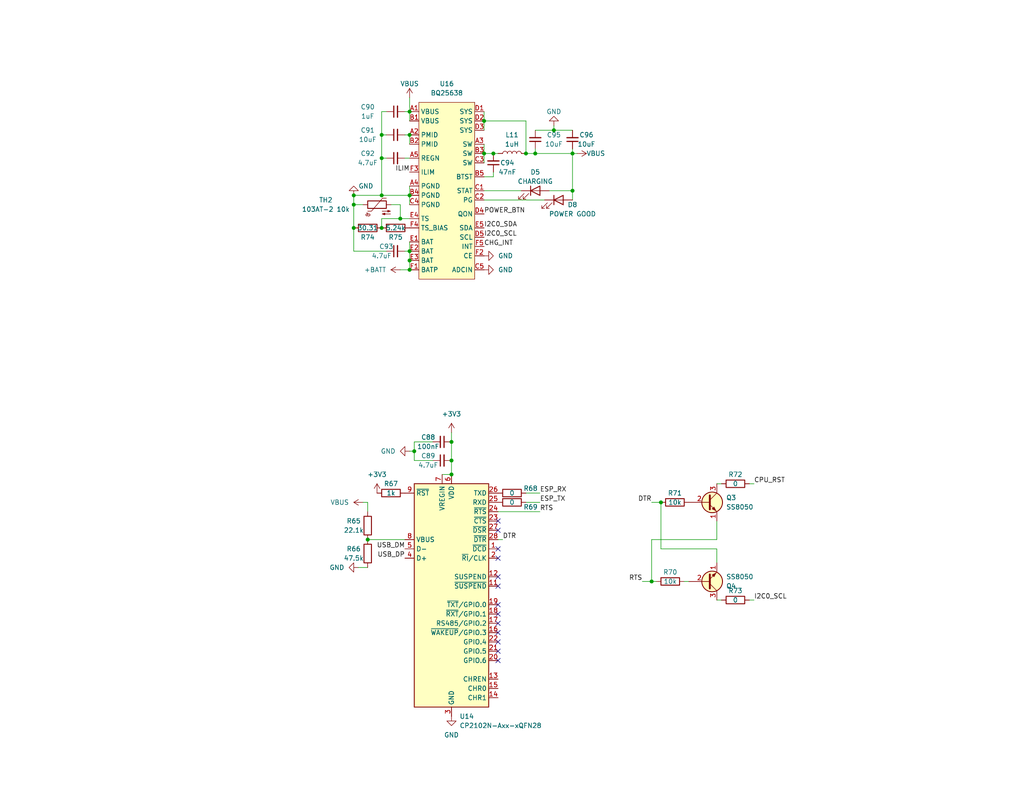
<source format=kicad_sch>
(kicad_sch (version 20230121) (generator eeschema)
  (paper "USLetter")
  (lib_symbols
    (symbol "Connector:USB_C_Receptacle" (pin_names (offset 1.016))
      (property "Reference" "J4" (at 0 33.02 0))
      (property "Value" "USB_C_Receptacle" (at 0 30.48 0))
      (symbol "USB_C_Receptacle_0_0"
        (rectangle (start -0.254 -35.56) (end 0.254 -34.544))
        (rectangle (start 10.16 -32.766) (end 9.144 -33.274))
        (rectangle (start 10.16 -30.226) (end 9.144 -30.734))
        (rectangle (start 10.16 -25.146) (end 9.144 -25.654))
        (rectangle (start 10.16 -22.606) (end 9.144 -23.114))
        (rectangle (start 10.16 -17.526) (end 9.144 -18.034))
        (rectangle (start 10.16 -14.986) (end 9.144 -15.494))
        (rectangle (start 10.16 -9.906) (end 9.144 -10.414))
        (rectangle (start 10.16 -7.366) (end 9.144 -7.874))
        (rectangle (start 10.16 -2.286) (end 9.144 -2.794))
        (rectangle (start 10.16 0.254) (end 9.144 -0.254))
        (rectangle (start 10.16 5.334) (end 9.144 4.826))
        (rectangle (start 10.16 7.874) (end 9.144 7.366))
        (rectangle (start 10.16 10.414) (end 9.144 9.906))
        (rectangle (start 10.16 12.954) (end 9.144 12.446))
        (rectangle (start 10.16 18.034) (end 9.144 17.526))
        (rectangle (start 10.16 20.574) (end 9.144 20.066))
        (rectangle (start 10.16 25.654) (end 9.144 25.146))
      )
      (symbol "USB_C_Receptacle_0_1"
        (rectangle (start -10.16 27.94) (end 10.16 -35.56) (stroke (width 0.254)) (fill (type background)))
        (arc (start -8.89 -3.81) (mid -6.985 -5.7067) (end -5.08 -3.81) (stroke (width 0.508)))
        (arc (start -7.62 -3.81) (mid -6.985 -4.4423) (end -6.35 -3.81) (stroke (width 0.254)))
        (arc (start -7.62 -3.81) (mid -6.985 -4.4423) (end -6.35 -3.81) (stroke (width 0.254)) (fill (type outline)))
        (rectangle (start -7.62 -3.81) (end -6.35 3.81) (stroke (width 0.254)) (fill (type outline)))
        (arc (start -6.35 3.81) (mid -6.985 4.4423) (end -7.62 3.81) (stroke (width 0.254)))
        (arc (start -6.35 3.81) (mid -6.985 4.4423) (end -7.62 3.81) (stroke (width 0.254)) (fill (type outline)))
        (arc (start -5.08 3.81) (mid -6.985 5.7067) (end -8.89 3.81) (stroke (width 0.508)))
        (polyline (pts (xy -8.89 -3.81) (xy -8.89 3.81)) (stroke (width 0.508)))
        (polyline (pts (xy -5.08 3.81) (xy -5.08 -3.81)) (stroke (width 0.508)))
      )
      (symbol "USB_C_Receptacle_1_1"
        (circle (center -2.54 1.143) (radius 0.635) (stroke (width 0.254)) (fill (type outline)))
        (circle (center 0 -5.842) (radius 1.27) (fill (type outline)))
        (polyline (pts (xy 0 -5.842) (xy 0 4.318)) (stroke (width 0.508)))
        (polyline (pts (xy 0 -3.302) (xy -2.54 -0.762) (xy -2.54 0.508)) (stroke (width 0.508)))
        (polyline (pts (xy 0 -2.032) (xy 2.54 0.508) (xy 2.54 1.778)) (stroke (width 0.508)))
        (polyline (pts (xy -1.27 4.318) (xy 0 6.858) (xy 1.27 4.318) (xy -1.27 4.318)) (stroke (width 0.254)) (fill (type outline)))
        (rectangle (start 1.905 1.778) (end 3.175 3.048) (stroke (width 0.254)) (fill (type outline)))
        (pin passive line (at 0 -40.64 90) (length 5.08) (name "GND") (number "A1"))
        (pin bidirectional line (at 15.24 -15.24 180) (length 5.08) (name "RX2-") (number "A10"))
        (pin bidirectional line (at 15.24 -17.78 180) (length 5.08) (name "RX2+") (number "A11"))
        (pin passive line (at 0 -40.64 90) (length 5.08) hide (name "GND") (number "A12"))
        (pin bidirectional line (at 15.24 -10.16 180) (length 5.08) (name "TX1+") (number "A2"))
        (pin bidirectional line (at 15.24 -7.62 180) (length 5.08) (name "TX1-") (number "A3"))
        (pin passive line (at 15.24 25.4 180) (length 5.08) (name "VBUS") (number "A4"))
        (pin bidirectional line (at 15.24 20.32 180) (length 5.08) (name "CC1") (number "A5"))
        (pin bidirectional line (at 15.24 7.62 180) (length 5.08) (name "D+") (number "A6"))
        (pin bidirectional line (at 15.24 12.7 180) (length 5.08) (name "D-") (number "A7"))
        (pin bidirectional line (at 15.24 -30.48 180) (length 5.08) (name "SBU1") (number "A8"))
        (pin passive line (at 15.24 25.4 180) (length 5.08) hide (name "VBUS") (number "A9"))
        (pin passive line (at 0 -40.64 90) (length 5.08) hide (name "GND") (number "B1"))
        (pin bidirectional line (at 15.24 0 180) (length 5.08) (name "RX1-") (number "B10"))
        (pin bidirectional line (at 15.24 -2.54 180) (length 5.08) (name "RX1+") (number "B11"))
        (pin passive line (at 0 -40.64 90) (length 5.08) hide (name "GND") (number "B12"))
        (pin bidirectional line (at 15.24 -25.4 180) (length 5.08) (name "TX2+") (number "B2"))
        (pin bidirectional line (at 15.24 -22.86 180) (length 5.08) (name "TX2-") (number "B3"))
        (pin passive line (at 15.24 25.4 180) (length 5.08) hide (name "VBUS") (number "B4"))
        (pin bidirectional line (at 15.24 17.78 180) (length 5.08) (name "CC2") (number "B5"))
        (pin bidirectional line (at 15.24 5.08 180) (length 5.08) (name "D+") (number "B6"))
        (pin bidirectional line (at 15.24 10.16 180) (length 5.08) (name "D-") (number "B7"))
        (pin bidirectional line (at 15.24 -33.02 180) (length 5.08) (name "SBU2") (number "B8"))
        (pin passive line (at 15.24 25.4 180) (length 5.08) hide (name "VBUS") (number "B9"))
        (pin passive line (at -7.62 -40.64 90) (length 5.08) (name "SHIELD") (number "S1"))
      )
    )
    (symbol "Device:Battery" (pin_numbers hide) (pin_names (offset 0) hide)
      (property "Reference" "BT" (at 2.54 2.54 0))
      (property "Value" "Battery" (at 2.54 0 0))
      (symbol "Battery_0_1"
        (rectangle (start -2.286 -1.27) (end 2.286 -1.524) (fill (type outline)))
        (rectangle (start -2.286 1.778) (end 2.286 1.524) (fill (type outline)))
        (rectangle (start -1.524 -2.032) (end 1.524 -2.54) (fill (type outline)))
        (rectangle (start -1.524 1.016) (end 1.524 0.508) (fill (type outline)))
        (polyline (pts (xy 0 -1.016) (xy 0 -0.762)))
        (polyline (pts (xy 0 -0.508) (xy 0 -0.254)))
        (polyline (pts (xy 0 0) (xy 0 0.254)))
        (polyline (pts (xy 0 1.778) (xy 0 2.54)))
        (polyline (pts (xy 0.762 3.048) (xy 1.778 3.048)) (stroke (width 0.254)))
        (polyline (pts (xy 1.27 3.556) (xy 1.27 2.54)) (stroke (width 0.254)))
      )
      (symbol "Battery_1_1"
        (pin passive line (at 0 5.08 270) (length 2.54) (name "+") (number "1"))
        (pin passive line (at 0 -5.08 90) (length 2.54) (name "-") (number "2"))
      )
    )
    (symbol "Device:C_Small" (pin_numbers hide) (pin_names (offset 0.254) hide)
      (property "Reference" "C" (at 0.254 1.778 0))
      (property "Value" "C_Small" (at 0.254 -2.032 0))
      (symbol "C_Small_0_1"
        (polyline (pts (xy -1.524 -0.508) (xy 1.524 -0.508)) (stroke (width 0.3302)))
        (polyline (pts (xy -1.524 0.508) (xy 1.524 0.508)) (stroke (width 0.3048)))
      )
      (symbol "C_Small_1_1"
        (pin passive line (at 0 2.54 270) (length 2.032) (name "~") (number "1"))
        (pin passive line (at 0 -2.54 90) (length 2.032) (name "~") (number "2"))
      )
    )
    (symbol "Device:L" (pin_numbers hide) (pin_names (offset 1.016) hide)
      (property "Reference" "L" (at -1.27 0 90))
      (property "Value" "L" (at 1.905 0 90))
      (symbol "L_0_1"
        (arc (start 0 -2.54) (mid 0.6323 -1.905) (end 0 -1.27))
        (arc (start 0 -1.27) (mid 0.6323 -0.635) (end 0 0))
        (arc (start 0 0) (mid 0.6323 0.635) (end 0 1.27))
        (arc (start 0 1.27) (mid 0.6323 1.905) (end 0 2.54))
      )
      (symbol "L_1_1"
        (pin passive line (at 0 3.81 270) (length 1.27) (name "1") (number "1"))
        (pin passive line (at 0 -3.81 90) (length 1.27) (name "2") (number "2"))
      )
    )
    (symbol "Device:LED" (pin_numbers hide) (pin_names (offset 1.016) hide)
      (property "Reference" "D" (at 0 2.54 0))
      (property "Value" "LED" (at 0 -2.54 0))
      (symbol "LED_0_1"
        (polyline (pts (xy -1.27 -1.27) (xy -1.27 1.27)) (stroke (width 0.254)))
        (polyline (pts (xy -1.27 0) (xy 1.27 0)))
        (polyline (pts (xy 1.27 -1.27) (xy 1.27 1.27) (xy -1.27 0) (xy 1.27 -1.27)) (stroke (width 0.254)))
        (polyline (pts (xy -3.048 -0.762) (xy -4.572 -2.286) (xy -3.81 -2.286) (xy -4.572 -2.286) (xy -4.572 -1.524)))
        (polyline (pts (xy -1.778 -0.762) (xy -3.302 -2.286) (xy -2.54 -2.286) (xy -3.302 -2.286) (xy -3.302 -1.524)))
      )
      (symbol "LED_1_1"
        (pin passive line (at -3.81 0 0) (length 2.54) (name "K") (number "1"))
        (pin passive line (at 3.81 0 180) (length 2.54) (name "A") (number "2"))
      )
    )
    (symbol "Device:R" (pin_numbers hide) (pin_names (offset 0))
      (property "Reference" "R" (at 2.032 0 90))
      (property "Value" "R" (at 0 0 90))
      (symbol "R_0_1"
        (rectangle (start -1.016 -2.54) (end 1.016 2.54) (stroke (width 0.254)))
      )
      (symbol "R_1_1"
        (pin passive line (at 0 3.81 270) (length 1.27) (name "~") (number "1"))
        (pin passive line (at 0 -3.81 90) (length 1.27) (name "~") (number "2"))
      )
    )
    (symbol "Device:Thermistor_NTC" (pin_numbers hide) (pin_names (offset 0))
      (property "Reference" "TH" (at -4.445 0 90))
      (property "Value" "Thermistor_NTC" (at 3.175 0 90))
      (symbol "Thermistor_NTC_0_1"
        (arc (start -3.048 2.159) (mid -3.0495 2.3143) (end -3.175 2.413))
        (arc (start -3.048 2.159) (mid -2.9736 1.9794) (end -2.794 1.905))
        (arc (start -3.048 2.794) (mid -2.9736 2.6144) (end -2.794 2.54))
        (arc (start -2.794 1.905) (mid -2.6144 1.9794) (end -2.54 2.159))
        (arc (start -2.794 2.54) (mid -2.4393 2.5587) (end -2.159 2.794))
        (arc (start -2.794 3.048) (mid -2.9736 2.9736) (end -3.048 2.794))
        (arc (start -2.54 2.794) (mid -2.6144 2.9736) (end -2.794 3.048))
        (rectangle (start -1.016 2.54) (end 1.016 -2.54) (stroke (width 0.254)))
        (polyline (pts (xy -2.54 2.159) (xy -2.54 2.794)))
        (polyline (pts (xy -1.778 2.54) (xy -1.778 1.524) (xy 1.778 -1.524) (xy 1.778 -2.54)))
        (polyline (pts (xy -2.54 -3.683) (xy -2.54 -1.397) (xy -2.794 -2.159) (xy -2.286 -2.159) (xy -2.54 -1.397) (xy -2.54 -1.651)) (fill (type outline)))
        (polyline (pts (xy -1.778 -1.397) (xy -1.778 -3.683) (xy -2.032 -2.921) (xy -1.524 -2.921) (xy -1.778 -3.683) (xy -1.778 -3.429)) (fill (type outline)))
      )
      (symbol "Thermistor_NTC_1_1"
        (pin passive line (at 0 3.81 270) (length 1.27) (name "~") (number "1"))
        (pin passive line (at 0 -3.81 90) (length 1.27) (name "~") (number "2"))
      )
    )
    (symbol "Diode:ESD9B5.0ST5G" (pin_numbers hide) (pin_names (offset 1.016) hide)
      (property "Reference" "D" (at 0 2.54 0))
      (property "Value" "ESD9B5.0ST5G" (at 0 -2.54 0))
      (symbol "ESD9B5.0ST5G_0_1"
        (polyline (pts (xy 1.27 0) (xy -1.27 0)))
        (polyline (pts (xy -2.54 -1.27) (xy 0 0) (xy -2.54 1.27) (xy -2.54 -1.27)) (stroke (width 0.2032)))
        (polyline (pts (xy 0.508 1.27) (xy 0 1.27) (xy 0 -1.27) (xy -0.508 -1.27)) (stroke (width 0.2032)))
        (polyline (pts (xy 2.54 1.27) (xy 2.54 -1.27) (xy 0 0) (xy 2.54 1.27)) (stroke (width 0.2032)))
      )
      (symbol "ESD9B5.0ST5G_1_1"
        (pin passive line (at -3.81 0 0) (length 2.54) (name "A1") (number "1"))
        (pin passive line (at 3.81 0 180) (length 2.54) (name "A2") (number "2"))
      )
    )
    (symbol "Interface_USB:CP2102N-Axx-xQFN28"
      (property "Reference" "U" (at -8.89 31.75 0))
      (property "Value" "CP2102N-Axx-xQFN28" (at 12.7 31.75 0))
      (symbol "CP2102N-Axx-xQFN28_0_1"
        (rectangle (start -10.16 30.48) (end 10.16 -30.48) (stroke (width 0.254)) (fill (type background)))
      )
      (symbol "CP2102N-Axx-xQFN28_1_1"
        (pin input line (at 12.7 12.7 180) (length 2.54) (name "~{DCD}") (number "1"))
        (pin no_connect line (at -10.16 -27.94 0) (length 2.54) hide (name "NC") (number "10"))
        (pin output line (at 12.7 2.54 180) (length 2.54) (name "~{SUSPEND}") (number "11"))
        (pin output line (at 12.7 5.08 180) (length 2.54) (name "SUSPEND") (number "12"))
        (pin output line (at 12.7 -22.86 180) (length 2.54) (name "CHREN") (number "13"))
        (pin output line (at 12.7 -27.94 180) (length 2.54) (name "CHR1") (number "14"))
        (pin output line (at 12.7 -25.4 180) (length 2.54) (name "CHR0") (number "15"))
        (pin bidirectional line (at 12.7 -10.16 180) (length 2.54) (name "~{WAKEUP}/GPIO.3") (number "16"))
        (pin bidirectional line (at 12.7 -7.62 180) (length 2.54) (name "RS485/GPIO.2") (number "17"))
        (pin bidirectional line (at 12.7 -5.08 180) (length 2.54) (name "~{RXT}/GPIO.1") (number "18"))
        (pin bidirectional line (at 12.7 -2.54 180) (length 2.54) (name "~{TXT}/GPIO.0") (number "19"))
        (pin bidirectional line (at 12.7 10.16 180) (length 2.54) (name "~{RI}/CLK") (number "2"))
        (pin bidirectional line (at 12.7 -17.78 180) (length 2.54) (name "GPIO.6") (number "20"))
        (pin bidirectional line (at 12.7 -15.24 180) (length 2.54) (name "GPIO.5") (number "21"))
        (pin bidirectional line (at 12.7 -12.7 180) (length 2.54) (name "GPIO.4") (number "22"))
        (pin input line (at 12.7 20.32 180) (length 2.54) (name "~{CTS}") (number "23"))
        (pin output line (at 12.7 22.86 180) (length 2.54) (name "~{RTS}") (number "24"))
        (pin input line (at 12.7 25.4 180) (length 2.54) (name "RXD") (number "25"))
        (pin output line (at 12.7 27.94 180) (length 2.54) (name "TXD") (number "26"))
        (pin input line (at 12.7 17.78 180) (length 2.54) (name "~{DSR}") (number "27"))
        (pin output line (at 12.7 15.24 180) (length 2.54) (name "~{DTR}") (number "28"))
        (pin passive line (at 0 -33.02 90) (length 2.54) hide (name "GND") (number "29"))
        (pin power_in line (at 0 -33.02 90) (length 2.54) (name "GND") (number "3"))
        (pin bidirectional line (at -12.7 10.16 0) (length 2.54) (name "D+") (number "4"))
        (pin bidirectional line (at -12.7 12.7 0) (length 2.54) (name "D-") (number "5"))
        (pin power_in line (at 0 33.02 270) (length 2.54) (name "VDD") (number "6"))
        (pin power_in line (at -2.54 33.02 270) (length 2.54) (name "VREGIN") (number "7"))
        (pin input line (at -12.7 15.24 0) (length 2.54) (name "VBUS") (number "8"))
        (pin input line (at -12.7 27.94 0) (length 2.54) (name "~{RST}") (number "9"))
      )
    )
    (symbol "PCM_Transistor_BJT_AKL:SS8050" (pin_names hide)
      (property "Reference" "Q" (at 5.08 1.27 0))
      (property "Value" "SS8050" (at 5.08 -1.27 0))
      (symbol "SS8050_0_1"
        (polyline (pts (xy 0.635 0.635) (xy 2.54 2.54)))
        (polyline (pts (xy 0.635 -0.635) (xy 2.54 -2.54) (xy 2.54 -2.54)))
        (polyline (pts (xy 0.635 1.905) (xy 0.635 -1.905) (xy 0.635 -1.905)) (stroke (width 0.508)))
        (polyline (pts (xy 1.27 -1.778) (xy 1.778 -1.27) (xy 2.286 -2.286) (xy 1.27 -1.778) (xy 1.27 -1.778)) (fill (type outline)))
        (circle (center 1.27 0) (radius 2.8194) (stroke (width 0.254)) (fill (type background)))
      )
      (symbol "SS8050_1_1"
        (pin passive line (at 2.54 -5.08 90) (length 2.54) (name "E") (number "1"))
        (pin passive line (at -5.08 0 0) (length 5.715) (name "B") (number "2"))
        (pin passive line (at 2.54 5.08 270) (length 2.54) (name "C") (number "3"))
      )
    )
    (symbol "Regulator_Switching:ADP2108AUJ-1.8"
      (property "Reference" "U" (at -5.08 5.08 0))
      (property "Value" "ADP2108AUJ-1.8" (at 0 5.08 0))
      (symbol "ADP2108AUJ-1.8_0_1"
        (rectangle (start -5.08 3.81) (end 5.08 -5.08) (stroke (width 0.254)) (fill (type background)))
      )
      (symbol "ADP2108AUJ-1.8_1_1"
        (pin power_in line (at -7.62 2.54 0) (length 2.54) (name "Vin") (number "1"))
        (pin power_in line (at 0 -7.62 90) (length 2.54) (name "GND") (number "2"))
        (pin input line (at -7.62 0 0) (length 2.54) (name "EN") (number "3"))
        (pin input line (at 7.62 -2.54 180) (length 2.54) (name "FB") (number "4"))
        (pin input line (at 7.62 2.54 180) (length 2.54) (name "SW") (number "5"))
      )
    )
    (symbol "custom-lib:BQ25638"
      (property "Reference" "U" (at 0 27.94 0))
      (property "Value" "BQ25638" (at 0 25.4 0))
      (symbol "BQ25638_1_1"
        (rectangle (start -7.62 24.13) (end 7.62 -24.13) (fill (type background)))
        (pin power_in line (at -10.16 21.59 0) (length 2.54) (name "VBUS") (number "A1"))
        (pin output line (at -10.16 15.24 0) (length 2.54) (name "PMID") (number "A2"))
        (pin power_out line (at 10.16 12.7 180) (length 2.54) (name "SW") (number "A3"))
        (pin power_in line (at -10.16 1.27 0) (length 2.54) (name "PGND") (number "A4"))
        (pin power_out line (at -10.16 8.89 0) (length 2.54) (name "REGN") (number "A5"))
        (pin power_in line (at -10.16 19.05 0) (length 2.54) (name "VBUS") (number "B1"))
        (pin output line (at -10.16 12.7 0) (length 2.54) (name "PMID") (number "B2"))
        (pin power_out line (at 10.16 10.16 180) (length 2.54) (name "SW") (number "B3"))
        (pin power_in line (at -10.16 -1.27 0) (length 2.54) (name "PGND") (number "B4"))
        (pin power_out line (at 10.16 3.81 180) (length 2.54) (name "BTST") (number "B5"))
        (pin output line (at 10.16 0 180) (length 2.54) (name "STAT") (number "C1"))
        (pin output line (at 10.16 -2.54 180) (length 2.54) (name "PG") (number "C2"))
        (pin power_out line (at 10.16 7.62 180) (length 2.54) (name "SW") (number "C3"))
        (pin power_in line (at -10.16 -3.81 0) (length 2.54) (name "PGND") (number "C4"))
        (pin input line (at 10.16 -21.59 180) (length 2.54) (name "ADCIN") (number "C5"))
        (pin power_out line (at 10.16 21.59 180) (length 2.54) (name "SYS") (number "D1"))
        (pin power_out line (at 10.16 19.05 180) (length 2.54) (name "SYS") (number "D2"))
        (pin power_out line (at 10.16 16.51 180) (length 2.54) (name "SYS") (number "D3"))
        (pin input line (at 10.16 -6.35 180) (length 2.54) (name "QON") (number "D4"))
        (pin input line (at 10.16 -12.7 180) (length 2.54) (name "SCL") (number "D5"))
        (pin power_in line (at -10.16 -13.97 0) (length 2.54) (name "BAT") (number "E1"))
        (pin power_in line (at -10.16 -16.51 0) (length 2.54) (name "BAT") (number "E2"))
        (pin power_in line (at -10.16 -19.05 0) (length 2.54) (name "BAT") (number "E3"))
        (pin input line (at -10.16 -7.62 0) (length 2.54) (name "TS") (number "E4"))
        (pin bidirectional line (at 10.16 -10.16 180) (length 2.54) (name "SDA") (number "E5"))
        (pin input line (at -10.16 -21.59 0) (length 2.54) (name "BATP") (number "F1"))
        (pin input line (at 10.16 -17.78 180) (length 2.54) (name "CE") (number "F2"))
        (pin input line (at -10.16 5.08 0) (length 2.54) (name "ILIM") (number "F3"))
        (pin output line (at -10.16 -10.16 0) (length 2.54) (name "TS_BIAS") (number "F4"))
        (pin output line (at 10.16 -15.24 180) (length 2.54) (name "INT") (number "F5"))
      )
    )
    (symbol "custom-lib:TPS63021"
      (property "Reference" "U" (at 0 5.08 0))
      (property "Value" "TPS63021" (at 0 2.54 0))
      (symbol "TPS63021_0_1"
        (rectangle (start -11.43 8.89) (end 11.43 -8.89))
      )
      (symbol "TPS63021_1_1"
        (pin power_in line (at -13.97 6.35 0) (length 2.54) (name "VINA") (number "1"))
        (pin power_in line (at -13.97 3.81 0) (length 2.54) (name "VIN") (number "10"))
        (pin power_in line (at -13.97 1.27 0) (length 2.54) (name "VIN") (number "11"))
        (pin input line (at 1.27 -11.43 90) (length 2.54) (name "EN") (number "12"))
        (pin input line (at -1.27 -11.43 90) (length 2.54) (name "PS/SYNC") (number "13"))
        (pin output line (at 13.97 -6.35 180) (length 2.54) (name "PG") (number "14"))
        (pin power_in line (at -13.97 -6.35 0) (length 2.54) (name "PGND") (number "15"))
        (pin power_in line (at -13.97 -3.81 0) (length 2.54) (name "GND") (number "2"))
        (pin power_in line (at 13.97 6.35 180) (length 2.54) (name "FB") (number "3"))
        (pin power_out line (at 13.97 1.27 180) (length 2.54) (name "VOUT") (number "4"))
        (pin power_out line (at 13.97 -1.27 180) (length 2.54) (name "VOUT") (number "5"))
        (pin passive line (at 2.54 11.43 270) (length 2.54) (name "L2") (number "6"))
        (pin passive line (at 5.08 11.43 270) (length 2.54) (name "L2") (number "7"))
        (pin passive line (at -5.08 11.43 270) (length 2.54) (name "L1") (number "8"))
        (pin passive line (at -2.54 11.43 270) (length 2.54) (name "L1") (number "9"))
      )
    )
    (symbol "power:+1V8" (power) (pin_names (offset 0))
      (property "Value" "+1V8" (at 0 3.556 0))
      (symbol "+1V8_0_1"
        (polyline (pts (xy -0.762 1.27) (xy 0 2.54)))
        (polyline (pts (xy 0 0) (xy 0 2.54)))
        (polyline (pts (xy 0 2.54) (xy 0.762 1.27)))
      )
      (symbol "+1V8_1_1"
        (pin power_in line (at 0 0 90) (length 0) hide (name "+1V8") (number "1"))
      )
    )
    (symbol "power:+3V3" (power) (pin_names (offset 0))
      (property "Value" "+3V3" (at 0 3.556 0))
      (symbol "+3V3_0_1"
        (polyline (pts (xy -0.762 1.27) (xy 0 2.54)))
        (polyline (pts (xy 0 0) (xy 0 2.54)))
        (polyline (pts (xy 0 2.54) (xy 0.762 1.27)))
      )
      (symbol "+3V3_1_1"
        (pin power_in line (at 0 0 90) (length 0) hide (name "+3V3") (number "1"))
      )
    )
    (symbol "power:+BATT" (power) (pin_names (offset 0))
      (property "Value" "+BATT" (at 0 3.556 0))
      (symbol "+BATT_0_1"
        (polyline (pts (xy -0.762 1.27) (xy 0 2.54)))
        (polyline (pts (xy 0 0) (xy 0 2.54)))
        (polyline (pts (xy 0 2.54) (xy 0.762 1.27)))
      )
      (symbol "+BATT_1_1"
        (pin power_in line (at 0 0 90) (length 0) hide (name "+BATT") (number "1"))
      )
    )
    (symbol "power:GND" (power) (pin_names (offset 0))
      (property "Value" "GND" (at 0 -3.81 0))
      (symbol "GND_0_1"
        (polyline (pts (xy 0 0) (xy 0 -1.27) (xy 1.27 -1.27) (xy 0 -2.54) (xy -1.27 -1.27) (xy 0 -1.27)))
      )
      (symbol "GND_1_1"
        (pin power_in line (at 0 0 270) (length 0) hide (name "GND") (number "1"))
      )
    )
    (symbol "power:VBUS" (power) (pin_names (offset 0))
      (property "Value" "VBUS" (at 0 3.81 0))
      (symbol "VBUS_0_1"
        (polyline (pts (xy -0.762 1.27) (xy 0 2.54)))
        (polyline (pts (xy 0 0) (xy 0 2.54)))
        (polyline (pts (xy 0 2.54) (xy 0.762 1.27)))
      )
      (symbol "VBUS_1_1"
        (pin power_in line (at 0 0 90) (length 0) hide (name "VBUS") (number "1"))
      )
    )
  )
  (junction (at 111.76 71.12))
  (junction (at 81.28 -31.75))
  (junction (at -127 40.64))
  (junction (at 91.44 -41.91))
  (junction (at 143.51 41.91))
  (junction (at 111.76 73.66))
  (junction (at 111.76 53.34))
  (junction (at 96.52 53.34))
  (junction (at -106.68 40.64))
  (junction (at -95.25 92.71))
  (junction (at -129.54 121.92))
  (junction (at -113.03 33.02))
  (junction (at 71.12 -31.75))
  (junction (at 113.03 123.19))
  (junction (at 104.14 43.18))
  (junction (at 71.12 -41.91))
  (junction (at -106.68 82.55))
  (junction (at 111.76 30.48))
  (junction (at 123.19 125.73))
  (junction (at -97.79 118.11))
  (junction (at 96.52 62.23))
  (junction (at 111.76 36.83))
  (junction (at -80.01 125.73))
  (junction (at -111.76 24.13))
  (junction (at 123.19 129.54))
  (junction (at -101.6 125.73))
  (junction (at -124.46 45.72))
  (junction (at 104.14 62.23))
  (junction (at 146.05 41.91))
  (junction (at -111.76 114.3))
  (junction (at -115.57 53.34))
  (junction (at -140.97 129.54))
  (junction (at 156.21 41.91))
  (junction (at 109.22 59.69))
  (junction (at 134.62 41.91))
  (junction (at 132.08 33.02))
  (junction (at -137.16 121.92))
  (junction (at -80.01 82.55))
  (junction (at 132.08 41.91))
  (junction (at 177.8 158.75))
  (junction (at 91.44 -31.75))
  (junction (at 151.13 35.56))
  (junction (at 104.14 53.34))
  (junction (at -97.79 133.35))
  (junction (at 100.33 147.32))
  (junction (at 104.14 36.83))
  (junction (at -116.84 137.16))
  (junction (at -140.97 121.92))
  (junction (at -125.73 24.13))
  (junction (at -90.17 118.11))
  (junction (at 180.34 137.16))
  (junction (at -129.54 119.38))
  (junction (at -137.16 129.54))
  (junction (at -97.79 110.49))
  (junction (at 156.21 52.07))
  (junction (at -80.01 118.11))
  (junction (at -119.38 114.3))
  (junction (at -74.93 82.55))
  (junction (at -125.73 20.32))
  (junction (at 81.28 -41.91))
  (junction (at 111.76 68.58))
  (junction (at -90.17 125.73))
  (junction (at -127 45.72))
  (junction (at -129.54 129.54))
  (junction (at -102.87 82.55))
  (junction (at -69.85 125.73))
  (junction (at -97.79 125.73))
  (junction (at 96.52 55.88))
  (junction (at 123.19 120.65))
  (no_connect (at 135.89 152.4))
  (no_connect (at -127 85.09))
  (no_connect (at -127 67.31))
  (no_connect (at -127 54.61))
  (no_connect (at -127 52.07))
  (no_connect (at -127 69.85))
  (no_connect (at 135.89 170.18))
  (no_connect (at -127 62.23))
  (no_connect (at 135.89 165.1))
  (no_connect (at -149.86 92.71))
  (no_connect (at 135.89 142.24))
  (no_connect (at 135.89 144.78))
  (no_connect (at -127 59.69))
  (no_connect (at 135.89 172.72))
  (no_connect (at 135.89 175.26))
  (no_connect (at 135.89 167.64))
  (no_connect (at -127 82.55))
  (no_connect (at 135.89 157.48))
  (no_connect (at 135.89 160.02))
  (no_connect (at -127 74.93))
  (no_connect (at 135.89 180.34))
  (no_connect (at 135.89 149.86))
  (no_connect (at 135.89 177.8))
  (no_connect (at -127 77.47))
  (wire (pts (xy -80.01 87.63) (xy -80.01 82.55)))
  (wire (pts (xy -129.54 129.54) (xy -129.54 132.08)))
  (wire (pts (xy 111.76 36.83) (xy 111.76 39.37)))
  (wire (pts (xy -127 39.37) (xy -127 40.64)))
  (wire (pts (xy -100.33 118.11) (xy -97.79 118.11)))
  (wire (pts (xy 134.62 48.26) (xy 134.62 46.99)))
  (wire (pts (xy 105.41 -41.91) (xy 105.41 -40.64)))
  (wire (pts (xy 100.33 137.16) (xy 99.06 137.16)))
  (wire (pts (xy -101.6 125.73) (xy -97.79 125.73)))
  (wire (pts (xy 177.8 137.16) (xy 180.34 137.16)))
  (wire (pts (xy -140.97 121.92) (xy -137.16 121.92)))
  (wire (pts (xy 109.22 55.88) (xy 109.22 59.69)))
  (wire (pts (xy 96.52 68.58) (xy 105.41 68.58)))
  (wire (pts (xy 175.26 158.75) (xy 177.8 158.75)))
  (wire (pts (xy -80.01 118.11) (xy -80.01 119.38)))
  (wire (pts (xy 109.22 59.69) (xy 111.76 59.69)))
  (wire (pts (xy -125.73 20.32) (xy -121.92 20.32)))
  (wire (pts (xy -106.68 85.09) (xy -106.68 82.55)))
  (wire (pts (xy 132.08 30.48) (xy 132.08 33.02)))
  (wire (pts (xy -90.17 118.11) (xy -80.01 118.11)))
  (wire (pts (xy -74.93 92.71) (xy -95.25 92.71)))
  (wire (pts (xy -140.97 120.65) (xy -140.97 121.92)))
  (wire (pts (xy -115.57 53.34) (xy -106.68 53.34)))
  (wire (pts (xy 204.47 132.08) (xy 205.74 132.08)))
  (wire (pts (xy -124.46 45.72) (xy -118.11 45.72)))
  (wire (pts (xy 96.52 53.34) (xy 96.52 55.88)))
  (wire (pts (xy 143.51 33.02) (xy 132.08 33.02)))
  (wire (pts (xy -102.87 82.55) (xy -102.87 85.09)))
  (wire (pts (xy 123.19 120.65) (xy 123.19 125.73)))
  (wire (pts (xy -106.68 90.17) (xy -106.68 92.71)))
  (wire (pts (xy -106.68 92.71) (xy -95.25 92.71)))
  (wire (pts (xy 111.76 68.58) (xy 111.76 71.12)))
  (wire (pts (xy 91.44 -43.18) (xy 91.44 -41.91)))
  (wire (pts (xy 105.41 -33.02) (xy 105.41 -31.75)))
  (wire (pts (xy -80.01 125.73) (xy -90.17 125.73)))
  (wire (pts (xy 100.33 147.32) (xy 110.49 147.32)))
  (wire (pts (xy 104.14 43.18) (xy 104.14 53.34)))
  (wire (pts (xy 104.14 36.83) (xy 105.41 36.83)))
  (wire (pts (xy -101.6 119.38) (xy -100.33 119.38)))
  (wire (pts (xy 179.07 158.75) (xy 177.8 158.75)))
  (wire (pts (xy -101.6 125.73) (xy -101.6 127)))
  (wire (pts (xy -123.19 31.75) (xy -127 31.75)))
  (wire (pts (xy -125.73 24.13) (xy -120.65 24.13)))
  (wire (pts (xy 113.03 125.73) (xy 118.11 125.73)))
  (wire (pts (xy -90.17 119.38) (xy -90.17 118.11)))
  (wire (pts (xy 60.96 -41.91) (xy 60.96 -39.37)))
  (wire (pts (xy -125.73 17.78) (xy -125.73 20.32)))
  (wire (pts (xy 104.14 53.34) (xy 111.76 53.34)))
  (wire (pts (xy 156.21 52.07) (xy 156.21 54.61)))
  (wire (pts (xy 157.48 41.91) (xy 156.21 41.91)))
  (wire (pts (xy -125.73 20.32) (xy -125.73 24.13)))
  (wire (pts (xy -116.84 137.16) (xy -148.59 137.16)))
  (wire (pts (xy 132.08 54.61) (xy 148.59 54.61)))
  (wire (pts (xy -121.92 30.48) (xy -123.19 30.48)))
  (wire (pts (xy 91.44 -30.48) (xy 91.44 -31.75)))
  (wire (pts (xy 143.51 41.91) (xy 143.51 33.02)))
  (wire (pts (xy 132.08 33.02) (xy 132.08 35.56)))
  (wire (pts (xy 113.03 120.65) (xy 113.03 123.19)))
  (wire (pts (xy -148.59 116.84) (xy -138.43 116.84)))
  (wire (pts (xy -100.33 132.08) (xy -100.33 133.35)))
  (wire (pts (xy 195.58 147.32) (xy 195.58 142.24)))
  (wire (pts (xy 177.8 147.32) (xy 195.58 147.32)))
  (wire (pts (xy 81.28 -31.75) (xy 81.28 -34.29)))
  (wire (pts (xy 146.05 40.64) (xy 146.05 41.91)))
  (wire (pts (xy 81.28 -41.91) (xy 71.12 -41.91)))
  (wire (pts (xy -140.97 129.54) (xy -140.97 128.27)))
  (wire (pts (xy -101.6 132.08) (xy -100.33 132.08)))
  (wire (pts (xy 147.32 137.16) (xy 143.51 137.16)))
  (wire (pts (xy 71.12 -34.29) (xy 71.12 -31.75)))
  (wire (pts (xy -111.76 24.13) (xy -115.57 24.13)))
  (wire (pts (xy 113.03 120.65) (xy 118.11 120.65)))
  (wire (pts (xy 81.28 -41.91) (xy 81.28 -39.37)))
  (wire (pts (xy -137.16 121.92) (xy -137.16 123.19)))
  (wire (pts (xy -97.79 110.49) (xy -90.17 110.49)))
  (wire (pts (xy -129.54 116.84) (xy -129.54 119.38)))
  (wire (pts (xy 134.62 41.91) (xy 132.08 41.91)))
  (wire (pts (xy 60.96 -31.75) (xy 71.12 -31.75)))
  (wire (pts (xy 91.44 -41.91) (xy 105.41 -41.91)))
  (wire (pts (xy -80.01 82.55) (xy -74.93 82.55)))
  (wire (pts (xy -148.59 137.16) (xy -148.59 116.84)))
  (wire (pts (xy 147.32 134.62) (xy 143.51 134.62)))
  (wire (pts (xy -137.16 128.27) (xy -137.16 129.54)))
  (wire (pts (xy -127 45.72) (xy -127 46.99)))
  (wire (pts (xy -119.38 113.03) (xy -119.38 114.3)))
  (wire (pts (xy -114.3 20.32) (xy -111.76 20.32)))
  (wire (pts (xy 104.14 36.83) (xy 104.14 43.18)))
  (wire (pts (xy -111.76 114.3) (xy -110.49 114.3)))
  (wire (pts (xy 137.16 147.32) (xy 135.89 147.32)))
  (wire (pts (xy -129.54 121.92) (xy -129.54 124.46)))
  (wire (pts (xy 111.76 53.34) (xy 111.76 55.88)))
  (wire (pts (xy -123.19 35.56) (xy -123.19 34.29)))
  (wire (pts (xy -124.46 53.34) (xy -115.57 53.34)))
  (wire (pts (xy 105.41 -31.75) (xy 91.44 -31.75)))
  (wire (pts (xy -129.54 129.54) (xy -137.16 129.54)))
  (wire (pts (xy -69.85 125.73) (xy -80.01 125.73)))
  (wire (pts (xy 106.68 55.88) (xy 109.22 55.88)))
  (wire (pts (xy 186.69 158.75) (xy 187.96 158.75)))
  (wire (pts (xy 180.34 137.16) (xy 180.34 149.86)))
  (wire (pts (xy -111.76 33.02) (xy -113.03 33.02)))
  (wire (pts (xy -123.19 30.48) (xy -123.19 31.75)))
  (wire (pts (xy 104.14 43.18) (xy 105.41 43.18)))
  (wire (pts (xy 71.12 -41.91) (xy 71.12 -39.37)))
  (wire (pts (xy -119.38 114.3) (xy -118.11 114.3)))
  (wire (pts (xy 177.8 158.75) (xy 177.8 147.32)))
  (wire (pts (xy 156.21 40.64) (xy 156.21 41.91)))
  (wire (pts (xy 151.13 35.56) (xy 151.13 34.29)))
  (wire (pts (xy -125.73 26.67) (xy -127 26.67)))
  (wire (pts (xy 111.76 30.48) (xy 111.76 33.02)))
  (wire (pts (xy -120.65 114.3) (xy -119.38 114.3)))
  (wire (pts (xy 146.05 35.56) (xy 151.13 35.56)))
  (wire (pts (xy -100.33 133.35) (xy -97.79 133.35)))
  (wire (pts (xy -69.85 124.46) (xy -69.85 125.73)))
  (wire (pts (xy 111.76 123.19) (xy 113.03 123.19)))
  (wire (pts (xy -57.15 99.06) (xy -52.07 99.06)))
  (wire (pts (xy 60.96 -34.29) (xy 60.96 -31.75)))
  (wire (pts (xy 156.21 41.91) (xy 156.21 52.07)))
  (wire (pts (xy 96.52 55.88) (xy 96.52 62.23)))
  (wire (pts (xy -67.31 125.73) (xy -69.85 125.73)))
  (wire (pts (xy 110.49 68.58) (xy 111.76 68.58)))
  (wire (pts (xy 132.08 52.07) (xy 142.24 52.07)))
  (wire (pts (xy -74.93 87.63) (xy -74.93 92.71)))
  (wire (pts (xy 71.12 -31.75) (xy 81.28 -31.75)))
  (wire (pts (xy -138.43 116.84) (xy -138.43 119.38)))
  (wire (pts (xy 96.52 62.23) (xy 96.52 68.58)))
  (wire (pts (xy -95.25 93.98) (xy -95.25 92.71)))
  (wire (pts (xy -137.16 121.92) (xy -129.54 121.92)))
  (wire (pts (xy -106.68 81.28) (xy -106.68 82.55)))
  (wire (pts (xy 111.76 71.12) (xy 111.76 73.66)))
  (wire (pts (xy -80.01 124.46) (xy -80.01 125.73)))
  (wire (pts (xy -127 40.64) (xy -127 41.91)))
  (wire (pts (xy 132.08 48.26) (xy 134.62 48.26)))
  (wire (pts (xy -69.85 118.11) (xy -69.85 119.38)))
  (wire (pts (xy 149.86 52.07) (xy 156.21 52.07)))
  (wire (pts (xy 104.14 62.23) (xy 104.14 59.69)))
  (wire (pts (xy -113.03 114.3) (xy -111.76 114.3)))
  (wire (pts (xy -111.76 113.03) (xy -111.76 114.3)))
  (wire (pts (xy 120.65 129.54) (xy 123.19 129.54)))
  (wire (pts (xy 113.03 123.19) (xy 113.03 125.73)))
  (wire (pts (xy -138.43 119.38) (xy -129.54 119.38)))
  (wire (pts (xy 81.28 -41.91) (xy 91.44 -41.91)))
  (wire (pts (xy 135.89 41.91) (xy 134.62 41.91)))
  (wire (pts (xy 96.52 55.88) (xy 99.06 55.88)))
  (wire (pts (xy -137.16 129.54) (xy -140.97 129.54)))
  (wire (pts (xy -113.03 30.48) (xy -114.3 30.48)))
  (wire (pts (xy -44.45 99.06) (xy -40.64 99.06)))
  (wire (pts (xy -113.03 35.56) (xy -114.3 35.56)))
  (wire (pts (xy -123.19 34.29) (xy -127 34.29)))
  (wire (pts (xy 195.58 132.08) (xy 196.85 132.08)))
  (wire (pts (xy 151.13 35.56) (xy 156.21 35.56)))
  (wire (pts (xy 146.05 41.91) (xy 143.51 41.91)))
  (wire (pts (xy -80.01 118.11) (xy -69.85 118.11)))
  (wire (pts (xy 110.49 36.83) (xy 111.76 36.83)))
  (wire (pts (xy -111.76 20.32) (xy -111.76 24.13)))
  (wire (pts (xy 100.33 139.7) (xy 100.33 137.16)))
  (wire (pts (xy 91.44 -31.75) (xy 81.28 -31.75)))
  (wire (pts (xy 110.49 43.18) (xy 111.76 43.18)))
  (wire (pts (xy -90.17 125.73) (xy -97.79 125.73)))
  (wire (pts (xy 204.47 163.83) (xy 205.74 163.83)))
  (wire (pts (xy -114.3 137.16) (xy -116.84 137.16)))
  (wire (pts (xy -106.68 40.64) (xy -105.41 40.64)))
  (wire (pts (xy -113.03 30.48) (xy -113.03 33.02)))
  (wire (pts (xy 104.14 36.83) (xy 104.14 30.48)))
  (wire (pts (xy 123.19 118.11) (xy 123.19 120.65)))
  (wire (pts (xy 146.05 41.91) (xy 156.21 41.91)))
  (wire (pts (xy 109.22 73.66) (xy 111.76 73.66)))
  (wire (pts (xy -101.6 124.46) (xy -101.6 125.73)))
  (wire (pts (xy 147.32 139.7) (xy 135.89 139.7)))
  (wire (pts (xy -113.03 33.02) (xy -113.03 35.56)))
  (wire (pts (xy -127 45.72) (xy -124.46 45.72)))
  (wire (pts (xy -90.17 110.49) (xy -90.17 118.11)))
  (wire (pts (xy -106.68 82.55) (xy -102.87 82.55)))
  (wire (pts (xy 96.52 53.34) (xy 104.14 53.34)))
  (wire (pts (xy -100.33 119.38) (xy -100.33 118.11)))
  (wire (pts (xy -125.73 24.13) (xy -125.73 26.67)))
  (wire (pts (xy -140.97 130.81) (xy -140.97 129.54)))
  (wire (pts (xy -140.97 121.92) (xy -140.97 123.19)))
  (wire (pts (xy 104.14 59.69) (xy 109.22 59.69)))
  (wire (pts (xy -90.17 124.46) (xy -90.17 125.73)))
  (wire (pts (xy -87.63 87.63) (xy -80.01 87.63)))
  (wire (pts (xy 180.34 149.86) (xy 195.58 149.86)))
  (wire (pts (xy 132.08 39.37) (xy 132.08 41.91)))
  (wire (pts (xy 123.19 129.54) (xy 123.19 125.73)))
  (wire (pts (xy -127 40.64) (xy -106.68 40.64)))
  (wire (pts (xy -92.71 133.35) (xy -97.79 133.35)))
  (wire (pts (xy -121.92 35.56) (xy -123.19 35.56)))
  (wire (pts (xy 104.14 30.48) (xy 105.41 30.48)))
  (wire (pts (xy -106.68 40.64) (xy -106.68 45.72)))
  (wire (pts (xy 111.76 50.8) (xy 111.76 53.34)))
  (wire (pts (xy 195.58 163.83) (xy 196.85 163.83)))
  (wire (pts (xy 195.58 149.86) (xy 195.58 153.67)))
  (wire (pts (xy 71.12 -41.91) (xy 60.96 -41.91)))
  (wire (pts (xy -127 44.45) (xy -127 45.72)))
  (wire (pts (xy -129.54 119.38) (xy -129.54 121.92)))
  (wire (pts (xy 132.08 41.91) (xy 132.08 44.45)))
  (wire (pts (xy 111.76 26.67) (xy 111.76 30.48)))
  (wire (pts (xy -137.16 92.71) (xy -142.24 92.71)))
  (wire (pts (xy 97.79 154.94) (xy 100.33 154.94)))
  (wire (pts (xy 110.49 30.48) (xy 111.76 30.48)))
  (wire (pts (xy 111.76 66.04) (xy 111.76 68.58)))
  (label "PWR_GOOD" (at -92.71 133.35 0))
  (label "ILIM" (at 111.76 46.99 180))
  (label "USB_DM" (at -105.41 40.64 0))
  (label "POWER_BTN" (at 132.08 58.42 0))
  (label "RTS" (at 175.26 158.75 180))
  (label "I2C0_SCL" (at 205.74 163.83 0))
  (label "USB_DP" (at -118.11 45.72 0))
  (label "I2C0_SDA" (at 132.08 62.23 0))
  (label "USB_DM" (at 110.49 149.86 180))
  (label "ILIM" (at -57.15 99.06 180))
  (label "CPU_RST" (at 205.74 132.08 0))
  (label "ESP_RX" (at 147.32 134.62 0))
  (label "I2C0_SCL" (at 132.08 64.77 0))
  (label "ESP_TX" (at 147.32 137.16 0))
  (label "DTR" (at 177.8 137.16 180))
  (label "CHG_INT" (at 132.08 67.31 0))
  (label "DTR" (at 137.16 147.32 0))
  (label "USB_DP" (at 110.49 152.4 180))
  (label "RTS" (at 147.32 139.7 0))
  (symbol (lib_id "power:GND") (at 151.13 34.29 180) (unit 1)
    (property "Reference" "#PWR0113" (effects hide))
    (property "Value" "GND" (at 151.13 30.48 0))
  )
  (symbol (lib_id "PCM_Transistor_BJT_AKL:SS8050") (at 193.04 137.16 0) (unit 1)
    (property "Reference" "Q3" (at 198.12 135.89 0) (effects (justify left)))
    (property "Value" "SS8050" (at 198.12 138.43 0) (effects (justify left)))
    (property "Footprint" "Package_TO_SOT_THT_AKL:TO-92_Inline_Wide_EBC" (effects hide))
    (property "Datasheet" "https://www.tme.eu/Document/6a3f91588d76a69f89955df030df4524/SS8050.pdf" (effects hide))
  )
  (symbol (lib_id "PCM_Transistor_BJT_AKL:SS8050") (at 193.04 158.75 0) (mirror x) (unit 1)
    (property "Reference" "Q4" (at 198.12 160.02 0) (effects (justify left)))
    (property "Value" "SS8050" (at 198.12 157.48 0) (effects (justify left)))
    (property "Footprint" "Package_TO_SOT_THT_AKL:TO-92_Inline_Wide_EBC" (effects hide))
    (property "Datasheet" "https://www.tme.eu/Document/6a3f91588d76a69f89955df030df4524/SS8050.pdf" (effects hide))
  )
  (symbol (lib_id "power:GND") (at -137.16 92.71 90) (unit 1)
    (property "Reference" "#PWR024" (effects hide))
    (property "Value" "GND" (at -133.35 92.71 90) (effects (justify right)))
  )
  (symbol (lib_id "Device:C_Small") (at -80.01 121.92 0) (unit 1)
    (property "Reference" "C29" (at -77.47 120.65 0) (effects (justify left)))
    (property "Value" "22uF" (at -77.47 123.19 0) (effects (justify left)))
  )
  (symbol (lib_id "Device:R") (at -97.79 114.3 0) (unit 1)
    (property "Reference" "R76" (at -96.52 113.03 0) (effects (justify left)))
    (property "Value" "180k" (at -96.52 115.57 0) (effects (justify left)))
  )
  (symbol (lib_id "Device:R") (at 100.33 151.13 180) (unit 1)
    (property "Reference" "R66" (at 96.52 149.86 0))
    (property "Value" "47.5k" (at 96.52 152.4 0))
  )
  (symbol (lib_id "Device:R") (at -97.79 129.54 0) (unit 1)
    (property "Reference" "R78" (at -96.52 128.27 0) (effects (justify left)))
    (property "Value" "1M" (at -96.52 130.81 0) (effects (justify left)))
  )
  (symbol (lib_id "power:+BATT") (at 109.22 73.66 90) (unit 1)
    (property "Reference" "#PWR0109" (effects hide))
    (property "Value" "+BATT" (at 105.41 73.66 90) (effects (justify left)))
  )
  (symbol (lib_id "Device:R") (at 200.66 163.83 90) (unit 1)
    (property "Reference" "R73" (at 200.66 161.29 90))
    (property "Value" "0" (at 200.66 163.83 90))
  )
  (symbol (lib_id "Diode:ESD9B5.0ST5G") (at -118.11 20.32 0) (unit 1)
    (property "Reference" "D3" (at -118.11 15.24 0))
    (property "Value" "ESD9B5.0ST5G" (at -118.11 17.78 0))
    (property "Footprint" "Diode_SMD:D_SOD-923" (effects hide))
    (property "Datasheet" "https://www.onsemi.com/pub/Collateral/ESD9B-D.PDF" (effects hide))
  )
  (symbol (lib_id "Device:R") (at 139.7 137.16 90) (unit 1)
    (property "Reference" "R69" (at 144.78 138.43 90))
    (property "Value" "0" (at 139.7 137.16 90))
  )
  (symbol (lib_id "power:+3V3") (at 102.87 134.62 0) (unit 1)
    (property "Reference" "#PWR0104" (effects hide))
    (property "Value" "+3V3" (at 102.87 129.54 0))
  )
  (symbol (lib_id "power:GND") (at -40.64 99.06 90) (unit 1)
    (property "Reference" "#PWR0121" (effects hide))
    (property "Value" "GND" (at -36.83 99.06 90) (effects (justify right)))
  )
  (symbol (lib_id "power:GND") (at 132.08 69.85 90) (unit 1)
    (property "Reference" "#PWR0111" (effects hide))
    (property "Value" "GND" (at 135.89 69.85 90) (effects (justify right)))
  )
  (symbol (lib_id "Device:C_Small") (at 120.65 120.65 270) (mirror x) (unit 1)
    (property "Reference" "C88" (at 116.84 119.38 90))
    (property "Value" "100nF" (at 116.84 121.92 90))
  )
  (symbol (lib_id "power:GND") (at 97.79 154.94 270) (unit 1)
    (property "Reference" "#PWR094" (effects hide))
    (property "Value" "GND" (at 93.98 154.94 90) (effects (justify right)))
  )
  (symbol (lib_id "Device:LED") (at 146.05 52.07 0) (unit 1)
    (property "Reference" "D5" (at 146.05 46.99 0))
    (property "Value" "CHARGING" (at 146.05 49.53 0))
  )
  (symbol (lib_id "Device:L") (at -83.82 82.55 90) (unit 1)
    (property "Reference" "L12" (at -83.82 80.01 90))
    (property "Value" "1uH" (at -83.82 83.82 90))
  )
  (symbol (lib_id "Device:R") (at 106.68 134.62 90) (unit 1)
    (property "Reference" "R67" (at 106.68 132.08 90))
    (property "Value" "1k" (at 106.68 134.62 90))
  )
  (symbol (lib_id "Device:R") (at 182.88 158.75 90) (unit 1)
    (property "Reference" "R70" (at 182.88 156.21 90))
    (property "Value" "10k" (at 182.88 158.75 90))
  )
  (symbol (lib_id "power:VBUS") (at 99.06 137.16 90) (unit 1)
    (property "Reference" "#PWR0103" (effects hide))
    (property "Value" "VBUS" (at 95.25 137.16 90) (effects (justify left)))
  )
  (symbol (lib_id "Diode:ESD9B5.0ST5G") (at -124.46 49.53 90) (unit 1)
    (property "Reference" "D2" (at -115.57 48.26 90))
    (property "Value" "ESD9B5.0ST5G" (at -115.57 50.8 90))
    (property "Footprint" "Diode_SMD:D_SOD-923" (effects hide))
    (property "Datasheet" "https://www.onsemi.com/pub/Collateral/ESD9B-D.PDF" (effects hide))
  )
  (symbol (lib_id "power:+1V8") (at -74.93 82.55 0) (unit 1)
    (property "Reference" "#PWR0119" (effects hide))
    (property "Value" "+1V8" (at -74.93 77.47 0))
  )
  (symbol (lib_id "custom-lib:BQ25638") (at 121.92 52.07 0) (unit 1)
    (property "Reference" "U16" (at 121.92 22.86 0))
    (property "Value" "BQ25638" (at 121.92 25.4 0))
    (property "Footprint" "custom-lib:Texas_DSBGA-30_2.0x2.4mm_Layout5x6_P0.4mm" (effects hide))
    (property "Datasheet" "https://www.ti.com/lit/ds/symlink/bq25638.pdf?ts=1717946147567&ref_url=https%253A%252F%252Fwww.ti.com%252Fbattery-management%252Fcharger-ics%252Fproducts.html" (effects hide))
  )
  (symbol (lib_id "Device:R") (at 184.15 137.16 90) (unit 1)
    (property "Reference" "R71" (at 184.15 134.62 90))
    (property "Value" "10k" (at 184.15 137.16 90))
  )
  (symbol (lib_id "custom-lib:TPS63021") (at -115.57 125.73 0) (unit 1)
    (property "Reference" "U3" (at -118.11 120.65 0) (effects (justify left)))
    (property "Value" "TPS63021" (at -120.65 123.19 0) (effects (justify left)))
    (property "Footprint" "custom-lib:Texas_VSON-14_3x4mm_ThermalPad" (effects hide))
    (property "Datasheet" "https://www.ti.com/lit/ds/symlink/tps63021.pdf?HQS=dis-dk-null-digikeymode-dsf-pf-null-wwe&ts=1717957442188&ref_url=https%253A%252F%252Fwww.ti.com%252Fgeneral%252Fdocs%252Fsuppproductinfo.tsp%253FdistId%253D10%2526gotoUrl%253Dhttps%253A%252F%252Fwww.ti.com%252Flit%252Fgpn%252Ftps63021" (effects hide))
  )
  (symbol (lib_id "Device:C_Small") (at -137.16 125.73 0) (mirror x) (unit 1)
    (property "Reference" "C16" (at -134.62 124.46 0) (effects (justify left)))
    (property "Value" "10uF" (at -134.62 127 0) (effects (justify left)))
  )
  (symbol (lib_id "power:GND") (at -111.76 24.13 90) (unit 1)
    (property "Reference" "#PWR0101" (effects hide))
    (property "Value" "GND" (at -109.22 25.4 90) (effects (justify right)))
  )
  (symbol (lib_id "Device:C_Small") (at -140.97 125.73 0) (mirror y) (unit 1)
    (property "Reference" "C15" (at -143.51 124.46 0) (effects (justify left)))
    (property "Value" "10uF" (at -143.51 127 0) (effects (justify left)))
  )
  (symbol (lib_id "Device:C_Small") (at 156.21 38.1 180) (unit 1)
    (property "Reference" "C96" (at 160.02 36.83 0))
    (property "Value" "10uF" (at 160.02 39.37 0))
  )
  (symbol (lib_id "Device:LED") (at 152.4 54.61 0) (unit 1)
    (property "Reference" "D8" (at 156.21 55.88 0))
    (property "Value" "POWER GOOD" (at 156.21 58.42 0))
  )
  (symbol (lib_id "Device:C_Small") (at 120.65 125.73 90) (unit 1)
    (property "Reference" "C89" (at 116.84 124.46 90))
    (property "Value" "4.7uF" (at 116.84 127 90))
  )
  (symbol (lib_id "Device:C_Small") (at -69.85 121.92 0) (unit 1)
    (property "Reference" "C98" (at -67.31 120.65 0) (effects (justify left)))
    (property "Value" "22uF" (at -67.31 123.19 0) (effects (justify left)))
  )
  (symbol (lib_id "power:+3V3") (at -67.31 125.73 270) (unit 1)
    (property "Reference" "#PWR0120" (effects hide))
    (property "Value" "+3V3" (at -63.5 125.73 90) (effects (justify left)))
  )
  (symbol (lib_id "Device:R") (at 100.33 143.51 180) (unit 1)
    (property "Reference" "R65" (at 96.52 142.24 0))
    (property "Value" "22.1k" (at 96.52 144.78 0))
  )
  (symbol (lib_id "Device:R") (at 107.95 62.23 90) (unit 1)
    (property "Reference" "R75" (at 107.95 64.77 90))
    (property "Value" "5.24k" (at 107.95 62.23 90))
  )
  (symbol (lib_id "Device:R") (at -97.79 121.92 0) (unit 1)
    (property "Reference" "R77" (at -96.52 120.65 0) (effects (justify left)))
    (property "Value" "1M" (at -96.52 123.19 0) (effects (justify left)))
  )
  (symbol (lib_id "Device:Thermistor_NTC") (at 102.87 55.88 90) (unit 1)
    (property "Reference" "TH2" (at 88.9 54.61 90))
    (property "Value" "103AT-2 10k" (at 88.9 57.15 90))
  )
  (symbol (lib_id "Connector:USB_C_Receptacle") (at -142.24 52.07 0) (unit 1)
    (property "Reference" "J7" (at -142.24 19.05 0))
    (property "Value" "USB_C_Receptacle" (at -142.24 21.59 0))
    (property "Footprint" "Connector_USB:USB_C_Receptacle_GCT_USB4105-xx-A_16P_TopMnt_Horizontal" (effects hide))
    (property "Datasheet" "https://www.usb.org/sites/default/files/documents/usb_type-c.zip" (effects hide))
  )
  (symbol (lib_id "Device:C_Small") (at -74.93 85.09 0) (unit 1)
    (property "Reference" "C97" (at -69.85 83.82 0))
    (property "Value" "10uF" (at -69.85 86.36 0))
  )
  (symbol (lib_id "power:GND") (at -97.79 110.49 180) (unit 1)
    (property "Reference" "#PWR0117" (effects hide))
    (property "Value" "GND" (at -97.79 105.41 0))
  )
  (symbol (lib_id "Device:R") (at 100.33 62.23 90) (unit 1)
    (property "Reference" "R74" (at 100.33 64.77 90))
    (property "Value" "30.31" (at 100.33 62.23 90))
  )
  (symbol (lib_id "Diode:ESD9B5.0ST5G") (at 105.41 -36.83 270) (mirror x) (unit 1)
    (property "Reference" "D1" (at 105.41 -46.99 90))
    (property "Value" "ESD9B5.0ST5G" (at 105.41 -44.45 90))
    (property "Footprint" "Diode_SMD:D_SOD-923" (effects hide))
    (property "Datasheet" "https://www.onsemi.com/pub/Collateral/ESD9B-D.PDF" (effects hide))
  )
  (symbol (lib_id "power:GND") (at 132.08 73.66 90) (unit 1)
    (property "Reference" "#PWR0112" (effects hide))
    (property "Value" "GND" (at 135.89 73.66 90) (effects (justify right)))
  )
  (symbol (lib_id "power:GND") (at 111.76 123.19 270) (unit 1)
    (property "Reference" "#PWR0105" (effects hide))
    (property "Value" "GND" (at 107.95 123.19 90) (effects (justify right)))
  )
  (symbol (lib_id "Device:R") (at 200.66 132.08 90) (unit 1)
    (property "Reference" "R72" (at 200.66 129.54 90))
    (property "Value" "0" (at 200.66 132.08 90))
  )
  (symbol (lib_id "power:GND") (at -115.57 53.34 0) (unit 1)
    (property "Reference" "#PWR0100" (effects hide))
    (property "Value" "GND" (at -114.3 55.88 90) (effects (justify right)))
  )
  (symbol (lib_id "power:GND") (at -95.25 93.98 0) (unit 1)
    (property "Reference" "#PWR0118" (effects hide))
    (property "Value" "GND" (at -95.25 99.06 0))
  )
  (symbol (lib_id "power:GND") (at 96.52 53.34 180) (unit 1)
    (property "Reference" "#PWR0108" (effects hide))
    (property "Value" "GND" (at 97.79 50.8 0) (effects (justify right)))
  )
  (symbol (lib_id "power:GND") (at -140.97 130.81 0) (unit 1)
    (property "Reference" "#PWR023" (effects hide))
    (property "Value" "GND" (at -140.97 135.89 0))
  )
  (symbol (lib_id "power:GND") (at 91.44 -30.48 0) (unit 1)
    (property "Reference" "#PWR07" (effects hide))
    (property "Value" "GND" (at 91.44 -25.4 0))
  )
  (symbol (lib_id "Device:C_Small") (at -129.54 114.3 0) (mirror y) (unit 1)
    (property "Reference" "C17" (at -132.08 113.03 0) (effects (justify left)))
    (property "Value" "100nF" (at -132.08 115.57 0) (effects (justify left)))
  )
  (symbol (lib_id "Device:R") (at -118.11 35.56 90) (unit 1)
    (property "Reference" "R40" (at -118.11 33.02 90))
    (property "Value" "5.1k" (at -118.11 35.56 90))
  )
  (symbol (lib_id "Device:C_Small") (at 107.95 36.83 90) (unit 1)
    (property "Reference" "C91" (at 100.33 35.56 90))
    (property "Value" "10uF" (at 100.33 38.1 90))
  )
  (symbol (lib_id "Device:L") (at 139.7 41.91 90) (unit 1)
    (property "Reference" "L11" (at 139.7 36.83 90))
    (property "Value" "1uH" (at 139.7 39.37 90))
  )
  (symbol (lib_id "Device:C_Small") (at 107.95 68.58 90) (unit 1)
    (property "Reference" "C93" (at 105.41 67.31 90))
    (property "Value" "4.7uF" (at 104.14 69.85 90))
  )
  (symbol (lib_id "power:VBUS") (at -140.97 120.65 0) (unit 1)
    (property "Reference" "#PWR017" (effects hide))
    (property "Value" "VBUS" (at -144.78 119.38 0))
  )
  (symbol (lib_id "Device:R") (at -48.26 99.06 90) (unit 1)
    (property "Reference" "R79" (at -48.26 101.6 90))
    (property "Value" "1.5k" (at -48.26 99.06 90))
  )
  (symbol (lib_id "Device:C_Small") (at 107.95 43.18 90) (unit 1)
    (property "Reference" "C92" (at 100.33 41.91 90))
    (property "Value" "4.7uF" (at 100.33 44.45 90))
  )
  (symbol (lib_id "Device:C_Small") (at 81.28 -36.83 0) (unit 1)
    (property "Reference" "C8" (at 83.82 -38.1 0) (effects (justify left)))
    (property "Value" "22uF" (at 83.82 -35.56 0) (effects (justify left)))
  )
  (symbol (lib_id "power:VBUS") (at -125.73 17.78 0) (unit 1)
    (property "Reference" "#PWR031" (effects hide))
    (property "Value" "VBUS" (at -125.73 13.97 0))
  )
  (symbol (lib_id "Device:C_Small") (at 146.05 38.1 180) (unit 1)
    (property "Reference" "C95" (at 151.13 36.83 0))
    (property "Value" "10uF" (at 151.13 39.37 0))
  )
  (symbol (lib_id "Device:L") (at -115.57 113.03 90) (unit 1)
    (property "Reference" "L5" (at -115.57 107.95 90))
    (property "Value" "1.5uH" (at -115.57 110.49 90))
  )
  (symbol (lib_id "Device:C_Small") (at -106.68 87.63 180) (unit 1)
    (property "Reference" "C23" (at -110.49 86.36 0))
    (property "Value" "4.7uF" (at -111.76 88.9 0))
  )
  (symbol (lib_id "Device:C_Small") (at 134.62 44.45 180) (unit 1)
    (property "Reference" "C94" (at 138.43 44.45 0))
    (property "Value" "47nF" (at 138.43 46.99 0))
  )
  (symbol (lib_id "Device:C_Small") (at 107.95 30.48 90) (unit 1)
    (property "Reference" "C90" (at 100.33 29.21 90))
    (property "Value" "1uF" (at 100.33 31.75 90))
  )
  (symbol (lib_id "Device:C_Small") (at -118.11 24.13 90) (unit 1)
    (property "Reference" "C18" (at -114.3 22.86 90))
    (property "Value" "10nF" (at -114.3 25.4 90))
  )
  (symbol (lib_id "Diode:ESD9B5.0ST5G") (at -106.68 49.53 90) (unit 1)
    (property "Reference" "D9" (at -97.79 48.26 90))
    (property "Value" "ESD9B5.0ST5G" (at -97.79 50.8 90))
    (property "Footprint" "Diode_SMD:D_SOD-923" (effects hide))
    (property "Datasheet" "https://www.onsemi.com/pub/Collateral/ESD9B-D.PDF" (effects hide))
  )
  (symbol (lib_id "Device:R") (at -118.11 30.48 90) (unit 1)
    (property "Reference" "R39" (at -118.11 27.94 90))
    (property "Value" "5.1k" (at -118.11 30.48 90))
  )
  (symbol (lib_id "Device:Battery") (at 91.44 -36.83 0) (unit 1)
    (property "Reference" "BT2" (at 95.25 -38.6715 0) (effects (justify left)))
    (property "Value" "Battery" (at 95.25 -36.1315 0) (effects (justify left)))
    (property "Footprint" "custom-lib:Battery_Connector" (effects hide))
  )
  (symbol (lib_id "Device:C_Small") (at 60.96 -36.83 0) (unit 1)
    (property "Reference" "C5" (at 63.5 -38.1 0) (effects (justify left)))
    (property "Value" "22uF" (at 63.5 -35.56 0) (effects (justify left)))
  )
  (symbol (lib_id "Interface_USB:CP2102N-Axx-xQFN28") (at 123.19 162.56 0) (unit 1)
    (property "Reference" "U14" (at 125.3841 195.58 0) (effects (justify left)))
    (property "Value" "CP2102N-Axx-xQFN28" (at 125.3841 198.12 0) (effects (justify left)))
    (property "Footprint" "Package_DFN_QFN:QFN-28-1EP_5x5mm_P0.5mm_EP3.35x3.35mm" (effects hide))
    (property "Datasheet" "https://www.silabs.com/documents/public/data-sheets/cp2102n-datasheet.pdf" (effects hide))
  )
  (symbol (lib_id "power:+BATT") (at 91.44 -43.18 0) (unit 1)
    (property "Reference" "#PWR05" (effects hide))
    (property "Value" "+BATT" (at 91.44 -48.26 0))
  )
  (symbol (lib_id "power:VBUS") (at 157.48 41.91 270) (unit 1)
    (property "Reference" "#PWR0114" (effects hide))
    (property "Value" "VBUS" (at 162.56 41.91 90))
  )
  (symbol (lib_id "power:GND") (at -111.76 33.02 90) (unit 1)
    (property "Reference" "#PWR0115" (effects hide))
    (property "Value" "GND" (at -109.22 31.75 90) (effects (justify right)))
  )
  (symbol (lib_id "power:+3V3") (at 123.19 118.11 0) (unit 1)
    (property "Reference" "#PWR0106" (effects hide))
    (property "Value" "+3V3" (at 123.19 113.03 0))
  )
  (symbol (lib_id "power:VBUS") (at 111.76 26.67 0) (unit 1)
    (property "Reference" "#PWR0110" (effects hide))
    (property "Value" "VBUS" (at 111.76 22.86 0))
  )
  (symbol (lib_id "Device:R") (at 139.7 134.62 90) (unit 1)
    (property "Reference" "R68" (at 144.78 133.35 90))
    (property "Value" "0" (at 139.7 134.62 90))
  )
  (symbol (lib_id "power:GND") (at 123.19 195.58 0) (unit 1)
    (property "Reference" "#PWR0107" (effects hide))
    (property "Value" "GND" (at 123.19 200.66 0))
  )
  (symbol (lib_id "Device:C_Small") (at 71.12 -36.83 0) (unit 1)
    (property "Reference" "C7" (at 73.66 -38.1 0) (effects (justify left)))
    (property "Value" "22uF" (at 73.66 -35.56 0) (effects (justify left)))
  )
  (symbol (lib_id "Device:C_Small") (at -90.17 121.92 0) (unit 1)
    (property "Reference" "C27" (at -87.63 120.65 0) (effects (justify left)))
    (property "Value" "22uF" (at -87.63 123.19 0) (effects (justify left)))
  )
  (symbol (lib_id "Regulator_Switching:ADP2108AUJ-1.8") (at -95.25 85.09 0) (unit 1)
    (property "Reference" "U17" (at -95.25 76.2 0))
    (property "Value" "ADP2108AUJ-1.8" (at -95.25 78.74 0))
    (property "Footprint" "Package_TO_SOT_SMD:TSOT-23-5" (effects hide))
    (property "Datasheet" "https://www.analog.com/media/en/technical-documentation/data-sheets/ADP2108.pdf" (effects hide))
  )
  (symbol (lib_id "power:VBUS") (at -106.68 81.28 0) (unit 1)
    (property "Reference" "#PWR0116" (effects hide))
    (property "Value" "VBUS" (at -110.49 80.01 0))
  )
  (symbol (lib_id "power:GND") (at -129.54 111.76 180) (unit 1)
    (property "Reference" "#PWR028" (effects hide))
    (property "Value" "GND" (at -129.54 106.68 0))
  )
)
</source>
